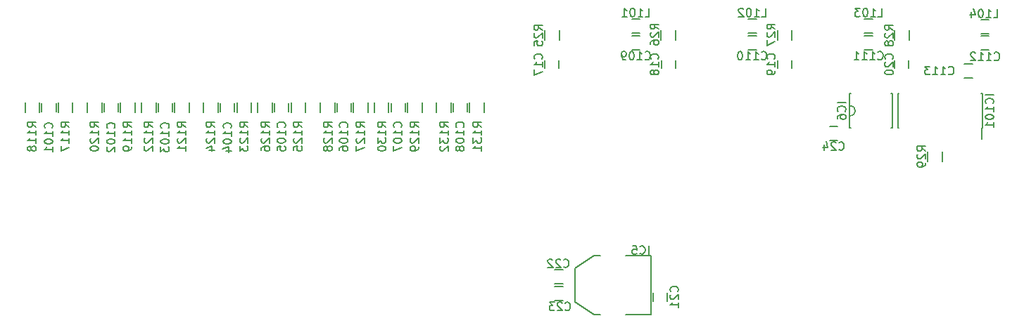
<source format=gbr>
G04 #@! TF.GenerationSoftware,KiCad,Pcbnew,(5.1.2-1)-1*
G04 #@! TF.CreationDate,2019-07-24T21:32:52+02:00*
G04 #@! TF.ProjectId,AddOnB,4164644f-6e42-42e6-9b69-6361645f7063,rev?*
G04 #@! TF.SameCoordinates,Original*
G04 #@! TF.FileFunction,Legend,Bot*
G04 #@! TF.FilePolarity,Positive*
%FSLAX46Y46*%
G04 Gerber Fmt 4.6, Leading zero omitted, Abs format (unit mm)*
G04 Created by KiCad (PCBNEW (5.1.2-1)-1) date 2019-07-24 21:32:52*
%MOMM*%
%LPD*%
G04 APERTURE LIST*
%ADD10C,0.150000*%
G04 APERTURE END LIST*
D10*
X216940000Y73700000D02*
X216940000Y74700000D01*
X218640000Y74700000D02*
X218640000Y73700000D01*
X224440000Y73700000D02*
X224440000Y74700000D01*
X226140000Y74700000D02*
X226140000Y73700000D01*
X232640000Y74700000D02*
X232640000Y73700000D01*
X230940000Y73700000D02*
X230940000Y74700000D01*
X240140000Y74700000D02*
X240140000Y73700000D01*
X238440000Y73700000D02*
X238440000Y74700000D01*
X244940000Y73700000D02*
X244940000Y74700000D01*
X246640000Y74700000D02*
X246640000Y73700000D01*
X254140000Y74700000D02*
X254140000Y73700000D01*
X252440000Y73700000D02*
X252440000Y74700000D01*
X258940000Y73700000D02*
X258940000Y74700000D01*
X260640000Y74700000D02*
X260640000Y73700000D01*
X268140000Y74700000D02*
X268140000Y73700000D01*
X266440000Y73700000D02*
X266440000Y74700000D01*
X288900000Y81150000D02*
X287900000Y81150000D01*
X287900000Y82850000D02*
X288900000Y82850000D01*
X302900000Y81150000D02*
X301900000Y81150000D01*
X301900000Y82850000D02*
X302900000Y82850000D01*
X316900000Y81150000D02*
X315900000Y81150000D01*
X315900000Y82850000D02*
X316900000Y82850000D01*
X330900000Y81150000D02*
X329900000Y81150000D01*
X329900000Y82850000D02*
X330900000Y82850000D01*
X328900000Y77750000D02*
X327900000Y77750000D01*
X327900000Y79450000D02*
X328900000Y79450000D01*
X288900000Y83150000D02*
X287900000Y83150000D01*
X287900000Y84850000D02*
X288900000Y84850000D01*
X302900000Y83150000D02*
X301900000Y83150000D01*
X301900000Y84850000D02*
X302900000Y84850000D01*
X316900000Y83150000D02*
X315900000Y83150000D01*
X315900000Y84850000D02*
X316900000Y84850000D01*
X330900000Y83050000D02*
X329900000Y83050000D01*
X329900000Y84750000D02*
X330900000Y84750000D01*
X220665000Y73600000D02*
X220665000Y74800000D01*
X218915000Y74800000D02*
X218915000Y73600000D01*
X214915000Y74800000D02*
X214915000Y73600000D01*
X216665000Y73600000D02*
X216665000Y74800000D01*
X226415000Y74800000D02*
X226415000Y73600000D01*
X228165000Y73600000D02*
X228165000Y74800000D01*
X224165000Y73600000D02*
X224165000Y74800000D01*
X222415000Y74800000D02*
X222415000Y73600000D01*
X232915000Y74800000D02*
X232915000Y73600000D01*
X234665000Y73600000D02*
X234665000Y74800000D01*
X230665000Y73600000D02*
X230665000Y74800000D01*
X228915000Y74800000D02*
X228915000Y73600000D01*
X242165000Y73600000D02*
X242165000Y74800000D01*
X240415000Y74800000D02*
X240415000Y73600000D01*
X236415000Y74800000D02*
X236415000Y73600000D01*
X238165000Y73600000D02*
X238165000Y74800000D01*
X248665000Y73600000D02*
X248665000Y74800000D01*
X246915000Y74800000D02*
X246915000Y73600000D01*
X242915000Y74800000D02*
X242915000Y73600000D01*
X244665000Y73600000D02*
X244665000Y74800000D01*
X254415000Y74800000D02*
X254415000Y73600000D01*
X256165000Y73600000D02*
X256165000Y74800000D01*
X252165000Y73600000D02*
X252165000Y74800000D01*
X250415000Y74800000D02*
X250415000Y73600000D01*
X260915000Y74800000D02*
X260915000Y73600000D01*
X262665000Y73600000D02*
X262665000Y74800000D01*
X256915000Y74800000D02*
X256915000Y73600000D01*
X258665000Y73600000D02*
X258665000Y74800000D01*
X270165000Y73600000D02*
X270165000Y74800000D01*
X268415000Y74800000D02*
X268415000Y73600000D01*
X266165000Y73600000D02*
X266165000Y74800000D01*
X264415000Y74800000D02*
X264415000Y73600000D01*
X330075000Y71725000D02*
X330050000Y71725000D01*
X330075000Y75875000D02*
X329970000Y75875000D01*
X319925000Y75875000D02*
X320030000Y75875000D01*
X319925000Y71725000D02*
X320030000Y71725000D01*
X330075000Y71725000D02*
X330075000Y75875000D01*
X319925000Y71725000D02*
X319925000Y75875000D01*
X330050000Y71725000D02*
X330050000Y70350000D01*
X279150000Y79900000D02*
X279150000Y78900000D01*
X277450000Y78900000D02*
X277450000Y79900000D01*
X291450000Y78900000D02*
X291450000Y79900000D01*
X293150000Y79900000D02*
X293150000Y78900000D01*
X307150000Y79900000D02*
X307150000Y78900000D01*
X305450000Y78900000D02*
X305450000Y79900000D01*
X319550000Y78900000D02*
X319550000Y79900000D01*
X321250000Y79900000D02*
X321250000Y78900000D01*
X279175000Y82300000D02*
X279175000Y83500000D01*
X277425000Y83500000D02*
X277425000Y82300000D01*
X291425000Y83500000D02*
X291425000Y82300000D01*
X293175000Y82300000D02*
X293175000Y83500000D01*
X307175000Y82300000D02*
X307175000Y83500000D01*
X305425000Y83500000D02*
X305425000Y82300000D01*
X319525000Y83500000D02*
X319525000Y82300000D01*
X321275000Y82300000D02*
X321275000Y83500000D01*
X292210000Y51865000D02*
X292210000Y50865000D01*
X290510000Y50865000D02*
X290510000Y51865000D01*
X279660000Y52915000D02*
X278660000Y52915000D01*
X278660000Y54615000D02*
X279660000Y54615000D01*
X279660000Y50915000D02*
X278660000Y50915000D01*
X278660000Y52615000D02*
X279660000Y52615000D01*
X312700000Y70250000D02*
X311700000Y70250000D01*
X311700000Y71950000D02*
X312700000Y71950000D01*
X287184000Y56321000D02*
X290232000Y56321000D01*
X290232000Y56321000D02*
X290232000Y49209000D01*
X290232000Y49209000D02*
X287184000Y49209000D01*
X284136000Y56321000D02*
X283374000Y56321000D01*
X283374000Y56321000D02*
X281088000Y54797000D01*
X281088000Y54797000D02*
X281088000Y50733000D01*
X281088000Y50733000D02*
X283374000Y49209000D01*
X283374000Y49209000D02*
X284136000Y49209000D01*
X314160000Y74435000D02*
G75*
G02X314160000Y73165000I0J-635000D01*
G01*
X314125000Y75875000D02*
X314270000Y75875000D01*
X314125000Y71725000D02*
X314270000Y71725000D01*
X319275000Y71725000D02*
X319130000Y71725000D01*
X319275000Y75875000D02*
X319130000Y75875000D01*
X314125000Y75875000D02*
X314125000Y71725000D01*
X319275000Y75875000D02*
X319275000Y71725000D01*
X325275000Y67700000D02*
X325275000Y68900000D01*
X323525000Y68900000D02*
X323525000Y67700000D01*
X218147142Y71719047D02*
X218194761Y71766666D01*
X218242380Y71909523D01*
X218242380Y72004761D01*
X218194761Y72147619D01*
X218099523Y72242857D01*
X218004285Y72290476D01*
X217813809Y72338095D01*
X217670952Y72338095D01*
X217480476Y72290476D01*
X217385238Y72242857D01*
X217290000Y72147619D01*
X217242380Y72004761D01*
X217242380Y71909523D01*
X217290000Y71766666D01*
X217337619Y71719047D01*
X218242380Y70766666D02*
X218242380Y71338095D01*
X218242380Y71052380D02*
X217242380Y71052380D01*
X217385238Y71147619D01*
X217480476Y71242857D01*
X217528095Y71338095D01*
X217242380Y70147619D02*
X217242380Y70052380D01*
X217290000Y69957142D01*
X217337619Y69909523D01*
X217432857Y69861904D01*
X217623333Y69814285D01*
X217861428Y69814285D01*
X218051904Y69861904D01*
X218147142Y69909523D01*
X218194761Y69957142D01*
X218242380Y70052380D01*
X218242380Y70147619D01*
X218194761Y70242857D01*
X218147142Y70290476D01*
X218051904Y70338095D01*
X217861428Y70385714D01*
X217623333Y70385714D01*
X217432857Y70338095D01*
X217337619Y70290476D01*
X217290000Y70242857D01*
X217242380Y70147619D01*
X218242380Y68861904D02*
X218242380Y69433333D01*
X218242380Y69147619D02*
X217242380Y69147619D01*
X217385238Y69242857D01*
X217480476Y69338095D01*
X217528095Y69433333D01*
X225647142Y71719047D02*
X225694761Y71766666D01*
X225742380Y71909523D01*
X225742380Y72004761D01*
X225694761Y72147619D01*
X225599523Y72242857D01*
X225504285Y72290476D01*
X225313809Y72338095D01*
X225170952Y72338095D01*
X224980476Y72290476D01*
X224885238Y72242857D01*
X224790000Y72147619D01*
X224742380Y72004761D01*
X224742380Y71909523D01*
X224790000Y71766666D01*
X224837619Y71719047D01*
X225742380Y70766666D02*
X225742380Y71338095D01*
X225742380Y71052380D02*
X224742380Y71052380D01*
X224885238Y71147619D01*
X224980476Y71242857D01*
X225028095Y71338095D01*
X224742380Y70147619D02*
X224742380Y70052380D01*
X224790000Y69957142D01*
X224837619Y69909523D01*
X224932857Y69861904D01*
X225123333Y69814285D01*
X225361428Y69814285D01*
X225551904Y69861904D01*
X225647142Y69909523D01*
X225694761Y69957142D01*
X225742380Y70052380D01*
X225742380Y70147619D01*
X225694761Y70242857D01*
X225647142Y70290476D01*
X225551904Y70338095D01*
X225361428Y70385714D01*
X225123333Y70385714D01*
X224932857Y70338095D01*
X224837619Y70290476D01*
X224790000Y70242857D01*
X224742380Y70147619D01*
X224837619Y69433333D02*
X224790000Y69385714D01*
X224742380Y69290476D01*
X224742380Y69052380D01*
X224790000Y68957142D01*
X224837619Y68909523D01*
X224932857Y68861904D01*
X225028095Y68861904D01*
X225170952Y68909523D01*
X225742380Y69480952D01*
X225742380Y68861904D01*
X232147142Y71719047D02*
X232194761Y71766666D01*
X232242380Y71909523D01*
X232242380Y72004761D01*
X232194761Y72147619D01*
X232099523Y72242857D01*
X232004285Y72290476D01*
X231813809Y72338095D01*
X231670952Y72338095D01*
X231480476Y72290476D01*
X231385238Y72242857D01*
X231290000Y72147619D01*
X231242380Y72004761D01*
X231242380Y71909523D01*
X231290000Y71766666D01*
X231337619Y71719047D01*
X232242380Y70766666D02*
X232242380Y71338095D01*
X232242380Y71052380D02*
X231242380Y71052380D01*
X231385238Y71147619D01*
X231480476Y71242857D01*
X231528095Y71338095D01*
X231242380Y70147619D02*
X231242380Y70052380D01*
X231290000Y69957142D01*
X231337619Y69909523D01*
X231432857Y69861904D01*
X231623333Y69814285D01*
X231861428Y69814285D01*
X232051904Y69861904D01*
X232147142Y69909523D01*
X232194761Y69957142D01*
X232242380Y70052380D01*
X232242380Y70147619D01*
X232194761Y70242857D01*
X232147142Y70290476D01*
X232051904Y70338095D01*
X231861428Y70385714D01*
X231623333Y70385714D01*
X231432857Y70338095D01*
X231337619Y70290476D01*
X231290000Y70242857D01*
X231242380Y70147619D01*
X231242380Y69480952D02*
X231242380Y68861904D01*
X231623333Y69195238D01*
X231623333Y69052380D01*
X231670952Y68957142D01*
X231718571Y68909523D01*
X231813809Y68861904D01*
X232051904Y68861904D01*
X232147142Y68909523D01*
X232194761Y68957142D01*
X232242380Y69052380D01*
X232242380Y69338095D01*
X232194761Y69433333D01*
X232147142Y69480952D01*
X239647142Y71719047D02*
X239694761Y71766666D01*
X239742380Y71909523D01*
X239742380Y72004761D01*
X239694761Y72147619D01*
X239599523Y72242857D01*
X239504285Y72290476D01*
X239313809Y72338095D01*
X239170952Y72338095D01*
X238980476Y72290476D01*
X238885238Y72242857D01*
X238790000Y72147619D01*
X238742380Y72004761D01*
X238742380Y71909523D01*
X238790000Y71766666D01*
X238837619Y71719047D01*
X239742380Y70766666D02*
X239742380Y71338095D01*
X239742380Y71052380D02*
X238742380Y71052380D01*
X238885238Y71147619D01*
X238980476Y71242857D01*
X239028095Y71338095D01*
X238742380Y70147619D02*
X238742380Y70052380D01*
X238790000Y69957142D01*
X238837619Y69909523D01*
X238932857Y69861904D01*
X239123333Y69814285D01*
X239361428Y69814285D01*
X239551904Y69861904D01*
X239647142Y69909523D01*
X239694761Y69957142D01*
X239742380Y70052380D01*
X239742380Y70147619D01*
X239694761Y70242857D01*
X239647142Y70290476D01*
X239551904Y70338095D01*
X239361428Y70385714D01*
X239123333Y70385714D01*
X238932857Y70338095D01*
X238837619Y70290476D01*
X238790000Y70242857D01*
X238742380Y70147619D01*
X239075714Y68957142D02*
X239742380Y68957142D01*
X238694761Y69195238D02*
X239409047Y69433333D01*
X239409047Y68814285D01*
X246147142Y71819047D02*
X246194761Y71866666D01*
X246242380Y72009523D01*
X246242380Y72104761D01*
X246194761Y72247619D01*
X246099523Y72342857D01*
X246004285Y72390476D01*
X245813809Y72438095D01*
X245670952Y72438095D01*
X245480476Y72390476D01*
X245385238Y72342857D01*
X245290000Y72247619D01*
X245242380Y72104761D01*
X245242380Y72009523D01*
X245290000Y71866666D01*
X245337619Y71819047D01*
X246242380Y70866666D02*
X246242380Y71438095D01*
X246242380Y71152380D02*
X245242380Y71152380D01*
X245385238Y71247619D01*
X245480476Y71342857D01*
X245528095Y71438095D01*
X245242380Y70247619D02*
X245242380Y70152380D01*
X245290000Y70057142D01*
X245337619Y70009523D01*
X245432857Y69961904D01*
X245623333Y69914285D01*
X245861428Y69914285D01*
X246051904Y69961904D01*
X246147142Y70009523D01*
X246194761Y70057142D01*
X246242380Y70152380D01*
X246242380Y70247619D01*
X246194761Y70342857D01*
X246147142Y70390476D01*
X246051904Y70438095D01*
X245861428Y70485714D01*
X245623333Y70485714D01*
X245432857Y70438095D01*
X245337619Y70390476D01*
X245290000Y70342857D01*
X245242380Y70247619D01*
X245242380Y69009523D02*
X245242380Y69485714D01*
X245718571Y69533333D01*
X245670952Y69485714D01*
X245623333Y69390476D01*
X245623333Y69152380D01*
X245670952Y69057142D01*
X245718571Y69009523D01*
X245813809Y68961904D01*
X246051904Y68961904D01*
X246147142Y69009523D01*
X246194761Y69057142D01*
X246242380Y69152380D01*
X246242380Y69390476D01*
X246194761Y69485714D01*
X246147142Y69533333D01*
X253647142Y71819047D02*
X253694761Y71866666D01*
X253742380Y72009523D01*
X253742380Y72104761D01*
X253694761Y72247619D01*
X253599523Y72342857D01*
X253504285Y72390476D01*
X253313809Y72438095D01*
X253170952Y72438095D01*
X252980476Y72390476D01*
X252885238Y72342857D01*
X252790000Y72247619D01*
X252742380Y72104761D01*
X252742380Y72009523D01*
X252790000Y71866666D01*
X252837619Y71819047D01*
X253742380Y70866666D02*
X253742380Y71438095D01*
X253742380Y71152380D02*
X252742380Y71152380D01*
X252885238Y71247619D01*
X252980476Y71342857D01*
X253028095Y71438095D01*
X252742380Y70247619D02*
X252742380Y70152380D01*
X252790000Y70057142D01*
X252837619Y70009523D01*
X252932857Y69961904D01*
X253123333Y69914285D01*
X253361428Y69914285D01*
X253551904Y69961904D01*
X253647142Y70009523D01*
X253694761Y70057142D01*
X253742380Y70152380D01*
X253742380Y70247619D01*
X253694761Y70342857D01*
X253647142Y70390476D01*
X253551904Y70438095D01*
X253361428Y70485714D01*
X253123333Y70485714D01*
X252932857Y70438095D01*
X252837619Y70390476D01*
X252790000Y70342857D01*
X252742380Y70247619D01*
X252742380Y69057142D02*
X252742380Y69247619D01*
X252790000Y69342857D01*
X252837619Y69390476D01*
X252980476Y69485714D01*
X253170952Y69533333D01*
X253551904Y69533333D01*
X253647142Y69485714D01*
X253694761Y69438095D01*
X253742380Y69342857D01*
X253742380Y69152380D01*
X253694761Y69057142D01*
X253647142Y69009523D01*
X253551904Y68961904D01*
X253313809Y68961904D01*
X253218571Y69009523D01*
X253170952Y69057142D01*
X253123333Y69152380D01*
X253123333Y69342857D01*
X253170952Y69438095D01*
X253218571Y69485714D01*
X253313809Y69533333D01*
X260147142Y71819047D02*
X260194761Y71866666D01*
X260242380Y72009523D01*
X260242380Y72104761D01*
X260194761Y72247619D01*
X260099523Y72342857D01*
X260004285Y72390476D01*
X259813809Y72438095D01*
X259670952Y72438095D01*
X259480476Y72390476D01*
X259385238Y72342857D01*
X259290000Y72247619D01*
X259242380Y72104761D01*
X259242380Y72009523D01*
X259290000Y71866666D01*
X259337619Y71819047D01*
X260242380Y70866666D02*
X260242380Y71438095D01*
X260242380Y71152380D02*
X259242380Y71152380D01*
X259385238Y71247619D01*
X259480476Y71342857D01*
X259528095Y71438095D01*
X259242380Y70247619D02*
X259242380Y70152380D01*
X259290000Y70057142D01*
X259337619Y70009523D01*
X259432857Y69961904D01*
X259623333Y69914285D01*
X259861428Y69914285D01*
X260051904Y69961904D01*
X260147142Y70009523D01*
X260194761Y70057142D01*
X260242380Y70152380D01*
X260242380Y70247619D01*
X260194761Y70342857D01*
X260147142Y70390476D01*
X260051904Y70438095D01*
X259861428Y70485714D01*
X259623333Y70485714D01*
X259432857Y70438095D01*
X259337619Y70390476D01*
X259290000Y70342857D01*
X259242380Y70247619D01*
X259242380Y69580952D02*
X259242380Y68914285D01*
X260242380Y69342857D01*
X267647142Y71819047D02*
X267694761Y71866666D01*
X267742380Y72009523D01*
X267742380Y72104761D01*
X267694761Y72247619D01*
X267599523Y72342857D01*
X267504285Y72390476D01*
X267313809Y72438095D01*
X267170952Y72438095D01*
X266980476Y72390476D01*
X266885238Y72342857D01*
X266790000Y72247619D01*
X266742380Y72104761D01*
X266742380Y72009523D01*
X266790000Y71866666D01*
X266837619Y71819047D01*
X267742380Y70866666D02*
X267742380Y71438095D01*
X267742380Y71152380D02*
X266742380Y71152380D01*
X266885238Y71247619D01*
X266980476Y71342857D01*
X267028095Y71438095D01*
X266742380Y70247619D02*
X266742380Y70152380D01*
X266790000Y70057142D01*
X266837619Y70009523D01*
X266932857Y69961904D01*
X267123333Y69914285D01*
X267361428Y69914285D01*
X267551904Y69961904D01*
X267647142Y70009523D01*
X267694761Y70057142D01*
X267742380Y70152380D01*
X267742380Y70247619D01*
X267694761Y70342857D01*
X267647142Y70390476D01*
X267551904Y70438095D01*
X267361428Y70485714D01*
X267123333Y70485714D01*
X266932857Y70438095D01*
X266837619Y70390476D01*
X266790000Y70342857D01*
X266742380Y70247619D01*
X267170952Y69342857D02*
X267123333Y69438095D01*
X267075714Y69485714D01*
X266980476Y69533333D01*
X266932857Y69533333D01*
X266837619Y69485714D01*
X266790000Y69438095D01*
X266742380Y69342857D01*
X266742380Y69152380D01*
X266790000Y69057142D01*
X266837619Y69009523D01*
X266932857Y68961904D01*
X266980476Y68961904D01*
X267075714Y69009523D01*
X267123333Y69057142D01*
X267170952Y69152380D01*
X267170952Y69342857D01*
X267218571Y69438095D01*
X267266190Y69485714D01*
X267361428Y69533333D01*
X267551904Y69533333D01*
X267647142Y69485714D01*
X267694761Y69438095D01*
X267742380Y69342857D01*
X267742380Y69152380D01*
X267694761Y69057142D01*
X267647142Y69009523D01*
X267551904Y68961904D01*
X267361428Y68961904D01*
X267266190Y69009523D01*
X267218571Y69057142D01*
X267170952Y69152380D01*
X289519047Y80042857D02*
X289566666Y79995238D01*
X289709523Y79947619D01*
X289804761Y79947619D01*
X289947619Y79995238D01*
X290042857Y80090476D01*
X290090476Y80185714D01*
X290138095Y80376190D01*
X290138095Y80519047D01*
X290090476Y80709523D01*
X290042857Y80804761D01*
X289947619Y80900000D01*
X289804761Y80947619D01*
X289709523Y80947619D01*
X289566666Y80900000D01*
X289519047Y80852380D01*
X288566666Y79947619D02*
X289138095Y79947619D01*
X288852380Y79947619D02*
X288852380Y80947619D01*
X288947619Y80804761D01*
X289042857Y80709523D01*
X289138095Y80661904D01*
X287947619Y80947619D02*
X287852380Y80947619D01*
X287757142Y80900000D01*
X287709523Y80852380D01*
X287661904Y80757142D01*
X287614285Y80566666D01*
X287614285Y80328571D01*
X287661904Y80138095D01*
X287709523Y80042857D01*
X287757142Y79995238D01*
X287852380Y79947619D01*
X287947619Y79947619D01*
X288042857Y79995238D01*
X288090476Y80042857D01*
X288138095Y80138095D01*
X288185714Y80328571D01*
X288185714Y80566666D01*
X288138095Y80757142D01*
X288090476Y80852380D01*
X288042857Y80900000D01*
X287947619Y80947619D01*
X287138095Y79947619D02*
X286947619Y79947619D01*
X286852380Y79995238D01*
X286804761Y80042857D01*
X286709523Y80185714D01*
X286661904Y80376190D01*
X286661904Y80757142D01*
X286709523Y80852380D01*
X286757142Y80900000D01*
X286852380Y80947619D01*
X287042857Y80947619D01*
X287138095Y80900000D01*
X287185714Y80852380D01*
X287233333Y80757142D01*
X287233333Y80519047D01*
X287185714Y80423809D01*
X287138095Y80376190D01*
X287042857Y80328571D01*
X286852380Y80328571D01*
X286757142Y80376190D01*
X286709523Y80423809D01*
X286661904Y80519047D01*
X303519047Y80042857D02*
X303566666Y79995238D01*
X303709523Y79947619D01*
X303804761Y79947619D01*
X303947619Y79995238D01*
X304042857Y80090476D01*
X304090476Y80185714D01*
X304138095Y80376190D01*
X304138095Y80519047D01*
X304090476Y80709523D01*
X304042857Y80804761D01*
X303947619Y80900000D01*
X303804761Y80947619D01*
X303709523Y80947619D01*
X303566666Y80900000D01*
X303519047Y80852380D01*
X302566666Y79947619D02*
X303138095Y79947619D01*
X302852380Y79947619D02*
X302852380Y80947619D01*
X302947619Y80804761D01*
X303042857Y80709523D01*
X303138095Y80661904D01*
X301614285Y79947619D02*
X302185714Y79947619D01*
X301900000Y79947619D02*
X301900000Y80947619D01*
X301995238Y80804761D01*
X302090476Y80709523D01*
X302185714Y80661904D01*
X300995238Y80947619D02*
X300900000Y80947619D01*
X300804761Y80900000D01*
X300757142Y80852380D01*
X300709523Y80757142D01*
X300661904Y80566666D01*
X300661904Y80328571D01*
X300709523Y80138095D01*
X300757142Y80042857D01*
X300804761Y79995238D01*
X300900000Y79947619D01*
X300995238Y79947619D01*
X301090476Y79995238D01*
X301138095Y80042857D01*
X301185714Y80138095D01*
X301233333Y80328571D01*
X301233333Y80566666D01*
X301185714Y80757142D01*
X301138095Y80852380D01*
X301090476Y80900000D01*
X300995238Y80947619D01*
X317519047Y80042857D02*
X317566666Y79995238D01*
X317709523Y79947619D01*
X317804761Y79947619D01*
X317947619Y79995238D01*
X318042857Y80090476D01*
X318090476Y80185714D01*
X318138095Y80376190D01*
X318138095Y80519047D01*
X318090476Y80709523D01*
X318042857Y80804761D01*
X317947619Y80900000D01*
X317804761Y80947619D01*
X317709523Y80947619D01*
X317566666Y80900000D01*
X317519047Y80852380D01*
X316566666Y79947619D02*
X317138095Y79947619D01*
X316852380Y79947619D02*
X316852380Y80947619D01*
X316947619Y80804761D01*
X317042857Y80709523D01*
X317138095Y80661904D01*
X315614285Y79947619D02*
X316185714Y79947619D01*
X315900000Y79947619D02*
X315900000Y80947619D01*
X315995238Y80804761D01*
X316090476Y80709523D01*
X316185714Y80661904D01*
X314661904Y79947619D02*
X315233333Y79947619D01*
X314947619Y79947619D02*
X314947619Y80947619D01*
X315042857Y80804761D01*
X315138095Y80709523D01*
X315233333Y80661904D01*
X331519047Y79942857D02*
X331566666Y79895238D01*
X331709523Y79847619D01*
X331804761Y79847619D01*
X331947619Y79895238D01*
X332042857Y79990476D01*
X332090476Y80085714D01*
X332138095Y80276190D01*
X332138095Y80419047D01*
X332090476Y80609523D01*
X332042857Y80704761D01*
X331947619Y80800000D01*
X331804761Y80847619D01*
X331709523Y80847619D01*
X331566666Y80800000D01*
X331519047Y80752380D01*
X330566666Y79847619D02*
X331138095Y79847619D01*
X330852380Y79847619D02*
X330852380Y80847619D01*
X330947619Y80704761D01*
X331042857Y80609523D01*
X331138095Y80561904D01*
X329614285Y79847619D02*
X330185714Y79847619D01*
X329900000Y79847619D02*
X329900000Y80847619D01*
X329995238Y80704761D01*
X330090476Y80609523D01*
X330185714Y80561904D01*
X329233333Y80752380D02*
X329185714Y80800000D01*
X329090476Y80847619D01*
X328852380Y80847619D01*
X328757142Y80800000D01*
X328709523Y80752380D01*
X328661904Y80657142D01*
X328661904Y80561904D01*
X328709523Y80419047D01*
X329280952Y79847619D01*
X328661904Y79847619D01*
X326019047Y78242857D02*
X326066666Y78195238D01*
X326209523Y78147619D01*
X326304761Y78147619D01*
X326447619Y78195238D01*
X326542857Y78290476D01*
X326590476Y78385714D01*
X326638095Y78576190D01*
X326638095Y78719047D01*
X326590476Y78909523D01*
X326542857Y79004761D01*
X326447619Y79100000D01*
X326304761Y79147619D01*
X326209523Y79147619D01*
X326066666Y79100000D01*
X326019047Y79052380D01*
X325066666Y78147619D02*
X325638095Y78147619D01*
X325352380Y78147619D02*
X325352380Y79147619D01*
X325447619Y79004761D01*
X325542857Y78909523D01*
X325638095Y78861904D01*
X324114285Y78147619D02*
X324685714Y78147619D01*
X324400000Y78147619D02*
X324400000Y79147619D01*
X324495238Y79004761D01*
X324590476Y78909523D01*
X324685714Y78861904D01*
X323780952Y79147619D02*
X323161904Y79147619D01*
X323495238Y78766666D01*
X323352380Y78766666D01*
X323257142Y78719047D01*
X323209523Y78671428D01*
X323161904Y78576190D01*
X323161904Y78338095D01*
X323209523Y78242857D01*
X323257142Y78195238D01*
X323352380Y78147619D01*
X323638095Y78147619D01*
X323733333Y78195238D01*
X323780952Y78242857D01*
X289519047Y85147619D02*
X289995238Y85147619D01*
X289995238Y86147619D01*
X288661904Y85147619D02*
X289233333Y85147619D01*
X288947619Y85147619D02*
X288947619Y86147619D01*
X289042857Y86004761D01*
X289138095Y85909523D01*
X289233333Y85861904D01*
X288042857Y86147619D02*
X287947619Y86147619D01*
X287852380Y86100000D01*
X287804761Y86052380D01*
X287757142Y85957142D01*
X287709523Y85766666D01*
X287709523Y85528571D01*
X287757142Y85338095D01*
X287804761Y85242857D01*
X287852380Y85195238D01*
X287947619Y85147619D01*
X288042857Y85147619D01*
X288138095Y85195238D01*
X288185714Y85242857D01*
X288233333Y85338095D01*
X288280952Y85528571D01*
X288280952Y85766666D01*
X288233333Y85957142D01*
X288185714Y86052380D01*
X288138095Y86100000D01*
X288042857Y86147619D01*
X286757142Y85147619D02*
X287328571Y85147619D01*
X287042857Y85147619D02*
X287042857Y86147619D01*
X287138095Y86004761D01*
X287233333Y85909523D01*
X287328571Y85861904D01*
X303519047Y85147619D02*
X303995238Y85147619D01*
X303995238Y86147619D01*
X302661904Y85147619D02*
X303233333Y85147619D01*
X302947619Y85147619D02*
X302947619Y86147619D01*
X303042857Y86004761D01*
X303138095Y85909523D01*
X303233333Y85861904D01*
X302042857Y86147619D02*
X301947619Y86147619D01*
X301852380Y86100000D01*
X301804761Y86052380D01*
X301757142Y85957142D01*
X301709523Y85766666D01*
X301709523Y85528571D01*
X301757142Y85338095D01*
X301804761Y85242857D01*
X301852380Y85195238D01*
X301947619Y85147619D01*
X302042857Y85147619D01*
X302138095Y85195238D01*
X302185714Y85242857D01*
X302233333Y85338095D01*
X302280952Y85528571D01*
X302280952Y85766666D01*
X302233333Y85957142D01*
X302185714Y86052380D01*
X302138095Y86100000D01*
X302042857Y86147619D01*
X301328571Y86052380D02*
X301280952Y86100000D01*
X301185714Y86147619D01*
X300947619Y86147619D01*
X300852380Y86100000D01*
X300804761Y86052380D01*
X300757142Y85957142D01*
X300757142Y85861904D01*
X300804761Y85719047D01*
X301376190Y85147619D01*
X300757142Y85147619D01*
X317519047Y85147619D02*
X317995238Y85147619D01*
X317995238Y86147619D01*
X316661904Y85147619D02*
X317233333Y85147619D01*
X316947619Y85147619D02*
X316947619Y86147619D01*
X317042857Y86004761D01*
X317138095Y85909523D01*
X317233333Y85861904D01*
X316042857Y86147619D02*
X315947619Y86147619D01*
X315852380Y86100000D01*
X315804761Y86052380D01*
X315757142Y85957142D01*
X315709523Y85766666D01*
X315709523Y85528571D01*
X315757142Y85338095D01*
X315804761Y85242857D01*
X315852380Y85195238D01*
X315947619Y85147619D01*
X316042857Y85147619D01*
X316138095Y85195238D01*
X316185714Y85242857D01*
X316233333Y85338095D01*
X316280952Y85528571D01*
X316280952Y85766666D01*
X316233333Y85957142D01*
X316185714Y86052380D01*
X316138095Y86100000D01*
X316042857Y86147619D01*
X315376190Y86147619D02*
X314757142Y86147619D01*
X315090476Y85766666D01*
X314947619Y85766666D01*
X314852380Y85719047D01*
X314804761Y85671428D01*
X314757142Y85576190D01*
X314757142Y85338095D01*
X314804761Y85242857D01*
X314852380Y85195238D01*
X314947619Y85147619D01*
X315233333Y85147619D01*
X315328571Y85195238D01*
X315376190Y85242857D01*
X331419047Y85047619D02*
X331895238Y85047619D01*
X331895238Y86047619D01*
X330561904Y85047619D02*
X331133333Y85047619D01*
X330847619Y85047619D02*
X330847619Y86047619D01*
X330942857Y85904761D01*
X331038095Y85809523D01*
X331133333Y85761904D01*
X329942857Y86047619D02*
X329847619Y86047619D01*
X329752380Y86000000D01*
X329704761Y85952380D01*
X329657142Y85857142D01*
X329609523Y85666666D01*
X329609523Y85428571D01*
X329657142Y85238095D01*
X329704761Y85142857D01*
X329752380Y85095238D01*
X329847619Y85047619D01*
X329942857Y85047619D01*
X330038095Y85095238D01*
X330085714Y85142857D01*
X330133333Y85238095D01*
X330180952Y85428571D01*
X330180952Y85666666D01*
X330133333Y85857142D01*
X330085714Y85952380D01*
X330038095Y86000000D01*
X329942857Y86047619D01*
X328752380Y85714285D02*
X328752380Y85047619D01*
X328990476Y86095238D02*
X329228571Y85380952D01*
X328609523Y85380952D01*
X220242380Y71819047D02*
X219766190Y72152380D01*
X220242380Y72390476D02*
X219242380Y72390476D01*
X219242380Y72009523D01*
X219290000Y71914285D01*
X219337619Y71866666D01*
X219432857Y71819047D01*
X219575714Y71819047D01*
X219670952Y71866666D01*
X219718571Y71914285D01*
X219766190Y72009523D01*
X219766190Y72390476D01*
X220242380Y70866666D02*
X220242380Y71438095D01*
X220242380Y71152380D02*
X219242380Y71152380D01*
X219385238Y71247619D01*
X219480476Y71342857D01*
X219528095Y71438095D01*
X220242380Y69914285D02*
X220242380Y70485714D01*
X220242380Y70200000D02*
X219242380Y70200000D01*
X219385238Y70295238D01*
X219480476Y70390476D01*
X219528095Y70485714D01*
X219242380Y69580952D02*
X219242380Y68914285D01*
X220242380Y69342857D01*
X216242380Y71819047D02*
X215766190Y72152380D01*
X216242380Y72390476D02*
X215242380Y72390476D01*
X215242380Y72009523D01*
X215290000Y71914285D01*
X215337619Y71866666D01*
X215432857Y71819047D01*
X215575714Y71819047D01*
X215670952Y71866666D01*
X215718571Y71914285D01*
X215766190Y72009523D01*
X215766190Y72390476D01*
X216242380Y70866666D02*
X216242380Y71438095D01*
X216242380Y71152380D02*
X215242380Y71152380D01*
X215385238Y71247619D01*
X215480476Y71342857D01*
X215528095Y71438095D01*
X216242380Y69914285D02*
X216242380Y70485714D01*
X216242380Y70200000D02*
X215242380Y70200000D01*
X215385238Y70295238D01*
X215480476Y70390476D01*
X215528095Y70485714D01*
X215670952Y69342857D02*
X215623333Y69438095D01*
X215575714Y69485714D01*
X215480476Y69533333D01*
X215432857Y69533333D01*
X215337619Y69485714D01*
X215290000Y69438095D01*
X215242380Y69342857D01*
X215242380Y69152380D01*
X215290000Y69057142D01*
X215337619Y69009523D01*
X215432857Y68961904D01*
X215480476Y68961904D01*
X215575714Y69009523D01*
X215623333Y69057142D01*
X215670952Y69152380D01*
X215670952Y69342857D01*
X215718571Y69438095D01*
X215766190Y69485714D01*
X215861428Y69533333D01*
X216051904Y69533333D01*
X216147142Y69485714D01*
X216194761Y69438095D01*
X216242380Y69342857D01*
X216242380Y69152380D01*
X216194761Y69057142D01*
X216147142Y69009523D01*
X216051904Y68961904D01*
X215861428Y68961904D01*
X215766190Y69009523D01*
X215718571Y69057142D01*
X215670952Y69152380D01*
X227742380Y71819047D02*
X227266190Y72152380D01*
X227742380Y72390476D02*
X226742380Y72390476D01*
X226742380Y72009523D01*
X226790000Y71914285D01*
X226837619Y71866666D01*
X226932857Y71819047D01*
X227075714Y71819047D01*
X227170952Y71866666D01*
X227218571Y71914285D01*
X227266190Y72009523D01*
X227266190Y72390476D01*
X227742380Y70866666D02*
X227742380Y71438095D01*
X227742380Y71152380D02*
X226742380Y71152380D01*
X226885238Y71247619D01*
X226980476Y71342857D01*
X227028095Y71438095D01*
X227742380Y69914285D02*
X227742380Y70485714D01*
X227742380Y70200000D02*
X226742380Y70200000D01*
X226885238Y70295238D01*
X226980476Y70390476D01*
X227028095Y70485714D01*
X227742380Y69438095D02*
X227742380Y69247619D01*
X227694761Y69152380D01*
X227647142Y69104761D01*
X227504285Y69009523D01*
X227313809Y68961904D01*
X226932857Y68961904D01*
X226837619Y69009523D01*
X226790000Y69057142D01*
X226742380Y69152380D01*
X226742380Y69342857D01*
X226790000Y69438095D01*
X226837619Y69485714D01*
X226932857Y69533333D01*
X227170952Y69533333D01*
X227266190Y69485714D01*
X227313809Y69438095D01*
X227361428Y69342857D01*
X227361428Y69152380D01*
X227313809Y69057142D01*
X227266190Y69009523D01*
X227170952Y68961904D01*
X223742380Y71819047D02*
X223266190Y72152380D01*
X223742380Y72390476D02*
X222742380Y72390476D01*
X222742380Y72009523D01*
X222790000Y71914285D01*
X222837619Y71866666D01*
X222932857Y71819047D01*
X223075714Y71819047D01*
X223170952Y71866666D01*
X223218571Y71914285D01*
X223266190Y72009523D01*
X223266190Y72390476D01*
X223742380Y70866666D02*
X223742380Y71438095D01*
X223742380Y71152380D02*
X222742380Y71152380D01*
X222885238Y71247619D01*
X222980476Y71342857D01*
X223028095Y71438095D01*
X222837619Y70485714D02*
X222790000Y70438095D01*
X222742380Y70342857D01*
X222742380Y70104761D01*
X222790000Y70009523D01*
X222837619Y69961904D01*
X222932857Y69914285D01*
X223028095Y69914285D01*
X223170952Y69961904D01*
X223742380Y70533333D01*
X223742380Y69914285D01*
X222742380Y69295238D02*
X222742380Y69200000D01*
X222790000Y69104761D01*
X222837619Y69057142D01*
X222932857Y69009523D01*
X223123333Y68961904D01*
X223361428Y68961904D01*
X223551904Y69009523D01*
X223647142Y69057142D01*
X223694761Y69104761D01*
X223742380Y69200000D01*
X223742380Y69295238D01*
X223694761Y69390476D01*
X223647142Y69438095D01*
X223551904Y69485714D01*
X223361428Y69533333D01*
X223123333Y69533333D01*
X222932857Y69485714D01*
X222837619Y69438095D01*
X222790000Y69390476D01*
X222742380Y69295238D01*
X234242380Y71819047D02*
X233766190Y72152380D01*
X234242380Y72390476D02*
X233242380Y72390476D01*
X233242380Y72009523D01*
X233290000Y71914285D01*
X233337619Y71866666D01*
X233432857Y71819047D01*
X233575714Y71819047D01*
X233670952Y71866666D01*
X233718571Y71914285D01*
X233766190Y72009523D01*
X233766190Y72390476D01*
X234242380Y70866666D02*
X234242380Y71438095D01*
X234242380Y71152380D02*
X233242380Y71152380D01*
X233385238Y71247619D01*
X233480476Y71342857D01*
X233528095Y71438095D01*
X233337619Y70485714D02*
X233290000Y70438095D01*
X233242380Y70342857D01*
X233242380Y70104761D01*
X233290000Y70009523D01*
X233337619Y69961904D01*
X233432857Y69914285D01*
X233528095Y69914285D01*
X233670952Y69961904D01*
X234242380Y70533333D01*
X234242380Y69914285D01*
X234242380Y68961904D02*
X234242380Y69533333D01*
X234242380Y69247619D02*
X233242380Y69247619D01*
X233385238Y69342857D01*
X233480476Y69438095D01*
X233528095Y69533333D01*
X230242380Y71819047D02*
X229766190Y72152380D01*
X230242380Y72390476D02*
X229242380Y72390476D01*
X229242380Y72009523D01*
X229290000Y71914285D01*
X229337619Y71866666D01*
X229432857Y71819047D01*
X229575714Y71819047D01*
X229670952Y71866666D01*
X229718571Y71914285D01*
X229766190Y72009523D01*
X229766190Y72390476D01*
X230242380Y70866666D02*
X230242380Y71438095D01*
X230242380Y71152380D02*
X229242380Y71152380D01*
X229385238Y71247619D01*
X229480476Y71342857D01*
X229528095Y71438095D01*
X229337619Y70485714D02*
X229290000Y70438095D01*
X229242380Y70342857D01*
X229242380Y70104761D01*
X229290000Y70009523D01*
X229337619Y69961904D01*
X229432857Y69914285D01*
X229528095Y69914285D01*
X229670952Y69961904D01*
X230242380Y70533333D01*
X230242380Y69914285D01*
X229337619Y69533333D02*
X229290000Y69485714D01*
X229242380Y69390476D01*
X229242380Y69152380D01*
X229290000Y69057142D01*
X229337619Y69009523D01*
X229432857Y68961904D01*
X229528095Y68961904D01*
X229670952Y69009523D01*
X230242380Y69580952D01*
X230242380Y68961904D01*
X241742380Y71819047D02*
X241266190Y72152380D01*
X241742380Y72390476D02*
X240742380Y72390476D01*
X240742380Y72009523D01*
X240790000Y71914285D01*
X240837619Y71866666D01*
X240932857Y71819047D01*
X241075714Y71819047D01*
X241170952Y71866666D01*
X241218571Y71914285D01*
X241266190Y72009523D01*
X241266190Y72390476D01*
X241742380Y70866666D02*
X241742380Y71438095D01*
X241742380Y71152380D02*
X240742380Y71152380D01*
X240885238Y71247619D01*
X240980476Y71342857D01*
X241028095Y71438095D01*
X240837619Y70485714D02*
X240790000Y70438095D01*
X240742380Y70342857D01*
X240742380Y70104761D01*
X240790000Y70009523D01*
X240837619Y69961904D01*
X240932857Y69914285D01*
X241028095Y69914285D01*
X241170952Y69961904D01*
X241742380Y70533333D01*
X241742380Y69914285D01*
X240742380Y69580952D02*
X240742380Y68961904D01*
X241123333Y69295238D01*
X241123333Y69152380D01*
X241170952Y69057142D01*
X241218571Y69009523D01*
X241313809Y68961904D01*
X241551904Y68961904D01*
X241647142Y69009523D01*
X241694761Y69057142D01*
X241742380Y69152380D01*
X241742380Y69438095D01*
X241694761Y69533333D01*
X241647142Y69580952D01*
X237742380Y71819047D02*
X237266190Y72152380D01*
X237742380Y72390476D02*
X236742380Y72390476D01*
X236742380Y72009523D01*
X236790000Y71914285D01*
X236837619Y71866666D01*
X236932857Y71819047D01*
X237075714Y71819047D01*
X237170952Y71866666D01*
X237218571Y71914285D01*
X237266190Y72009523D01*
X237266190Y72390476D01*
X237742380Y70866666D02*
X237742380Y71438095D01*
X237742380Y71152380D02*
X236742380Y71152380D01*
X236885238Y71247619D01*
X236980476Y71342857D01*
X237028095Y71438095D01*
X236837619Y70485714D02*
X236790000Y70438095D01*
X236742380Y70342857D01*
X236742380Y70104761D01*
X236790000Y70009523D01*
X236837619Y69961904D01*
X236932857Y69914285D01*
X237028095Y69914285D01*
X237170952Y69961904D01*
X237742380Y70533333D01*
X237742380Y69914285D01*
X237075714Y69057142D02*
X237742380Y69057142D01*
X236694761Y69295238D02*
X237409047Y69533333D01*
X237409047Y68914285D01*
X248242380Y71819047D02*
X247766190Y72152380D01*
X248242380Y72390476D02*
X247242380Y72390476D01*
X247242380Y72009523D01*
X247290000Y71914285D01*
X247337619Y71866666D01*
X247432857Y71819047D01*
X247575714Y71819047D01*
X247670952Y71866666D01*
X247718571Y71914285D01*
X247766190Y72009523D01*
X247766190Y72390476D01*
X248242380Y70866666D02*
X248242380Y71438095D01*
X248242380Y71152380D02*
X247242380Y71152380D01*
X247385238Y71247619D01*
X247480476Y71342857D01*
X247528095Y71438095D01*
X247337619Y70485714D02*
X247290000Y70438095D01*
X247242380Y70342857D01*
X247242380Y70104761D01*
X247290000Y70009523D01*
X247337619Y69961904D01*
X247432857Y69914285D01*
X247528095Y69914285D01*
X247670952Y69961904D01*
X248242380Y70533333D01*
X248242380Y69914285D01*
X247242380Y69009523D02*
X247242380Y69485714D01*
X247718571Y69533333D01*
X247670952Y69485714D01*
X247623333Y69390476D01*
X247623333Y69152380D01*
X247670952Y69057142D01*
X247718571Y69009523D01*
X247813809Y68961904D01*
X248051904Y68961904D01*
X248147142Y69009523D01*
X248194761Y69057142D01*
X248242380Y69152380D01*
X248242380Y69390476D01*
X248194761Y69485714D01*
X248147142Y69533333D01*
X244342380Y71819047D02*
X243866190Y72152380D01*
X244342380Y72390476D02*
X243342380Y72390476D01*
X243342380Y72009523D01*
X243390000Y71914285D01*
X243437619Y71866666D01*
X243532857Y71819047D01*
X243675714Y71819047D01*
X243770952Y71866666D01*
X243818571Y71914285D01*
X243866190Y72009523D01*
X243866190Y72390476D01*
X244342380Y70866666D02*
X244342380Y71438095D01*
X244342380Y71152380D02*
X243342380Y71152380D01*
X243485238Y71247619D01*
X243580476Y71342857D01*
X243628095Y71438095D01*
X243437619Y70485714D02*
X243390000Y70438095D01*
X243342380Y70342857D01*
X243342380Y70104761D01*
X243390000Y70009523D01*
X243437619Y69961904D01*
X243532857Y69914285D01*
X243628095Y69914285D01*
X243770952Y69961904D01*
X244342380Y70533333D01*
X244342380Y69914285D01*
X243342380Y69057142D02*
X243342380Y69247619D01*
X243390000Y69342857D01*
X243437619Y69390476D01*
X243580476Y69485714D01*
X243770952Y69533333D01*
X244151904Y69533333D01*
X244247142Y69485714D01*
X244294761Y69438095D01*
X244342380Y69342857D01*
X244342380Y69152380D01*
X244294761Y69057142D01*
X244247142Y69009523D01*
X244151904Y68961904D01*
X243913809Y68961904D01*
X243818571Y69009523D01*
X243770952Y69057142D01*
X243723333Y69152380D01*
X243723333Y69342857D01*
X243770952Y69438095D01*
X243818571Y69485714D01*
X243913809Y69533333D01*
X255742380Y71819047D02*
X255266190Y72152380D01*
X255742380Y72390476D02*
X254742380Y72390476D01*
X254742380Y72009523D01*
X254790000Y71914285D01*
X254837619Y71866666D01*
X254932857Y71819047D01*
X255075714Y71819047D01*
X255170952Y71866666D01*
X255218571Y71914285D01*
X255266190Y72009523D01*
X255266190Y72390476D01*
X255742380Y70866666D02*
X255742380Y71438095D01*
X255742380Y71152380D02*
X254742380Y71152380D01*
X254885238Y71247619D01*
X254980476Y71342857D01*
X255028095Y71438095D01*
X254837619Y70485714D02*
X254790000Y70438095D01*
X254742380Y70342857D01*
X254742380Y70104761D01*
X254790000Y70009523D01*
X254837619Y69961904D01*
X254932857Y69914285D01*
X255028095Y69914285D01*
X255170952Y69961904D01*
X255742380Y70533333D01*
X255742380Y69914285D01*
X254742380Y69580952D02*
X254742380Y68914285D01*
X255742380Y69342857D01*
X251842380Y71819047D02*
X251366190Y72152380D01*
X251842380Y72390476D02*
X250842380Y72390476D01*
X250842380Y72009523D01*
X250890000Y71914285D01*
X250937619Y71866666D01*
X251032857Y71819047D01*
X251175714Y71819047D01*
X251270952Y71866666D01*
X251318571Y71914285D01*
X251366190Y72009523D01*
X251366190Y72390476D01*
X251842380Y70866666D02*
X251842380Y71438095D01*
X251842380Y71152380D02*
X250842380Y71152380D01*
X250985238Y71247619D01*
X251080476Y71342857D01*
X251128095Y71438095D01*
X250937619Y70485714D02*
X250890000Y70438095D01*
X250842380Y70342857D01*
X250842380Y70104761D01*
X250890000Y70009523D01*
X250937619Y69961904D01*
X251032857Y69914285D01*
X251128095Y69914285D01*
X251270952Y69961904D01*
X251842380Y70533333D01*
X251842380Y69914285D01*
X251270952Y69342857D02*
X251223333Y69438095D01*
X251175714Y69485714D01*
X251080476Y69533333D01*
X251032857Y69533333D01*
X250937619Y69485714D01*
X250890000Y69438095D01*
X250842380Y69342857D01*
X250842380Y69152380D01*
X250890000Y69057142D01*
X250937619Y69009523D01*
X251032857Y68961904D01*
X251080476Y68961904D01*
X251175714Y69009523D01*
X251223333Y69057142D01*
X251270952Y69152380D01*
X251270952Y69342857D01*
X251318571Y69438095D01*
X251366190Y69485714D01*
X251461428Y69533333D01*
X251651904Y69533333D01*
X251747142Y69485714D01*
X251794761Y69438095D01*
X251842380Y69342857D01*
X251842380Y69152380D01*
X251794761Y69057142D01*
X251747142Y69009523D01*
X251651904Y68961904D01*
X251461428Y68961904D01*
X251366190Y69009523D01*
X251318571Y69057142D01*
X251270952Y69152380D01*
X262242380Y71819047D02*
X261766190Y72152380D01*
X262242380Y72390476D02*
X261242380Y72390476D01*
X261242380Y72009523D01*
X261290000Y71914285D01*
X261337619Y71866666D01*
X261432857Y71819047D01*
X261575714Y71819047D01*
X261670952Y71866666D01*
X261718571Y71914285D01*
X261766190Y72009523D01*
X261766190Y72390476D01*
X262242380Y70866666D02*
X262242380Y71438095D01*
X262242380Y71152380D02*
X261242380Y71152380D01*
X261385238Y71247619D01*
X261480476Y71342857D01*
X261528095Y71438095D01*
X261337619Y70485714D02*
X261290000Y70438095D01*
X261242380Y70342857D01*
X261242380Y70104761D01*
X261290000Y70009523D01*
X261337619Y69961904D01*
X261432857Y69914285D01*
X261528095Y69914285D01*
X261670952Y69961904D01*
X262242380Y70533333D01*
X262242380Y69914285D01*
X262242380Y69438095D02*
X262242380Y69247619D01*
X262194761Y69152380D01*
X262147142Y69104761D01*
X262004285Y69009523D01*
X261813809Y68961904D01*
X261432857Y68961904D01*
X261337619Y69009523D01*
X261290000Y69057142D01*
X261242380Y69152380D01*
X261242380Y69342857D01*
X261290000Y69438095D01*
X261337619Y69485714D01*
X261432857Y69533333D01*
X261670952Y69533333D01*
X261766190Y69485714D01*
X261813809Y69438095D01*
X261861428Y69342857D01*
X261861428Y69152380D01*
X261813809Y69057142D01*
X261766190Y69009523D01*
X261670952Y68961904D01*
X258342380Y71819047D02*
X257866190Y72152380D01*
X258342380Y72390476D02*
X257342380Y72390476D01*
X257342380Y72009523D01*
X257390000Y71914285D01*
X257437619Y71866666D01*
X257532857Y71819047D01*
X257675714Y71819047D01*
X257770952Y71866666D01*
X257818571Y71914285D01*
X257866190Y72009523D01*
X257866190Y72390476D01*
X258342380Y70866666D02*
X258342380Y71438095D01*
X258342380Y71152380D02*
X257342380Y71152380D01*
X257485238Y71247619D01*
X257580476Y71342857D01*
X257628095Y71438095D01*
X257342380Y70533333D02*
X257342380Y69914285D01*
X257723333Y70247619D01*
X257723333Y70104761D01*
X257770952Y70009523D01*
X257818571Y69961904D01*
X257913809Y69914285D01*
X258151904Y69914285D01*
X258247142Y69961904D01*
X258294761Y70009523D01*
X258342380Y70104761D01*
X258342380Y70390476D01*
X258294761Y70485714D01*
X258247142Y70533333D01*
X257342380Y69295238D02*
X257342380Y69200000D01*
X257390000Y69104761D01*
X257437619Y69057142D01*
X257532857Y69009523D01*
X257723333Y68961904D01*
X257961428Y68961904D01*
X258151904Y69009523D01*
X258247142Y69057142D01*
X258294761Y69104761D01*
X258342380Y69200000D01*
X258342380Y69295238D01*
X258294761Y69390476D01*
X258247142Y69438095D01*
X258151904Y69485714D01*
X257961428Y69533333D01*
X257723333Y69533333D01*
X257532857Y69485714D01*
X257437619Y69438095D01*
X257390000Y69390476D01*
X257342380Y69295238D01*
X269842380Y71819047D02*
X269366190Y72152380D01*
X269842380Y72390476D02*
X268842380Y72390476D01*
X268842380Y72009523D01*
X268890000Y71914285D01*
X268937619Y71866666D01*
X269032857Y71819047D01*
X269175714Y71819047D01*
X269270952Y71866666D01*
X269318571Y71914285D01*
X269366190Y72009523D01*
X269366190Y72390476D01*
X269842380Y70866666D02*
X269842380Y71438095D01*
X269842380Y71152380D02*
X268842380Y71152380D01*
X268985238Y71247619D01*
X269080476Y71342857D01*
X269128095Y71438095D01*
X268842380Y70533333D02*
X268842380Y69914285D01*
X269223333Y70247619D01*
X269223333Y70104761D01*
X269270952Y70009523D01*
X269318571Y69961904D01*
X269413809Y69914285D01*
X269651904Y69914285D01*
X269747142Y69961904D01*
X269794761Y70009523D01*
X269842380Y70104761D01*
X269842380Y70390476D01*
X269794761Y70485714D01*
X269747142Y70533333D01*
X269842380Y68961904D02*
X269842380Y69533333D01*
X269842380Y69247619D02*
X268842380Y69247619D01*
X268985238Y69342857D01*
X269080476Y69438095D01*
X269128095Y69533333D01*
X265842380Y71819047D02*
X265366190Y72152380D01*
X265842380Y72390476D02*
X264842380Y72390476D01*
X264842380Y72009523D01*
X264890000Y71914285D01*
X264937619Y71866666D01*
X265032857Y71819047D01*
X265175714Y71819047D01*
X265270952Y71866666D01*
X265318571Y71914285D01*
X265366190Y72009523D01*
X265366190Y72390476D01*
X265842380Y70866666D02*
X265842380Y71438095D01*
X265842380Y71152380D02*
X264842380Y71152380D01*
X264985238Y71247619D01*
X265080476Y71342857D01*
X265128095Y71438095D01*
X264842380Y70533333D02*
X264842380Y69914285D01*
X265223333Y70247619D01*
X265223333Y70104761D01*
X265270952Y70009523D01*
X265318571Y69961904D01*
X265413809Y69914285D01*
X265651904Y69914285D01*
X265747142Y69961904D01*
X265794761Y70009523D01*
X265842380Y70104761D01*
X265842380Y70390476D01*
X265794761Y70485714D01*
X265747142Y70533333D01*
X264937619Y69533333D02*
X264890000Y69485714D01*
X264842380Y69390476D01*
X264842380Y69152380D01*
X264890000Y69057142D01*
X264937619Y69009523D01*
X265032857Y68961904D01*
X265128095Y68961904D01*
X265270952Y69009523D01*
X265842380Y69580952D01*
X265842380Y68961904D01*
X331452380Y75728571D02*
X330452380Y75728571D01*
X331357142Y74680952D02*
X331404761Y74728571D01*
X331452380Y74871428D01*
X331452380Y74966666D01*
X331404761Y75109523D01*
X331309523Y75204761D01*
X331214285Y75252380D01*
X331023809Y75300000D01*
X330880952Y75300000D01*
X330690476Y75252380D01*
X330595238Y75204761D01*
X330500000Y75109523D01*
X330452380Y74966666D01*
X330452380Y74871428D01*
X330500000Y74728571D01*
X330547619Y74680952D01*
X331452380Y73728571D02*
X331452380Y74300000D01*
X331452380Y74014285D02*
X330452380Y74014285D01*
X330595238Y74109523D01*
X330690476Y74204761D01*
X330738095Y74300000D01*
X330452380Y73109523D02*
X330452380Y73014285D01*
X330500000Y72919047D01*
X330547619Y72871428D01*
X330642857Y72823809D01*
X330833333Y72776190D01*
X331071428Y72776190D01*
X331261904Y72823809D01*
X331357142Y72871428D01*
X331404761Y72919047D01*
X331452380Y73014285D01*
X331452380Y73109523D01*
X331404761Y73204761D01*
X331357142Y73252380D01*
X331261904Y73300000D01*
X331071428Y73347619D01*
X330833333Y73347619D01*
X330642857Y73300000D01*
X330547619Y73252380D01*
X330500000Y73204761D01*
X330452380Y73109523D01*
X331452380Y71823809D02*
X331452380Y72395238D01*
X331452380Y72109523D02*
X330452380Y72109523D01*
X330595238Y72204761D01*
X330690476Y72300000D01*
X330738095Y72395238D01*
X277057142Y80042857D02*
X277104761Y80090476D01*
X277152380Y80233333D01*
X277152380Y80328571D01*
X277104761Y80471428D01*
X277009523Y80566666D01*
X276914285Y80614285D01*
X276723809Y80661904D01*
X276580952Y80661904D01*
X276390476Y80614285D01*
X276295238Y80566666D01*
X276200000Y80471428D01*
X276152380Y80328571D01*
X276152380Y80233333D01*
X276200000Y80090476D01*
X276247619Y80042857D01*
X277152380Y79090476D02*
X277152380Y79661904D01*
X277152380Y79376190D02*
X276152380Y79376190D01*
X276295238Y79471428D01*
X276390476Y79566666D01*
X276438095Y79661904D01*
X276152380Y78757142D02*
X276152380Y78090476D01*
X277152380Y78519047D01*
X291057142Y80042857D02*
X291104761Y80090476D01*
X291152380Y80233333D01*
X291152380Y80328571D01*
X291104761Y80471428D01*
X291009523Y80566666D01*
X290914285Y80614285D01*
X290723809Y80661904D01*
X290580952Y80661904D01*
X290390476Y80614285D01*
X290295238Y80566666D01*
X290200000Y80471428D01*
X290152380Y80328571D01*
X290152380Y80233333D01*
X290200000Y80090476D01*
X290247619Y80042857D01*
X291152380Y79090476D02*
X291152380Y79661904D01*
X291152380Y79376190D02*
X290152380Y79376190D01*
X290295238Y79471428D01*
X290390476Y79566666D01*
X290438095Y79661904D01*
X290580952Y78519047D02*
X290533333Y78614285D01*
X290485714Y78661904D01*
X290390476Y78709523D01*
X290342857Y78709523D01*
X290247619Y78661904D01*
X290200000Y78614285D01*
X290152380Y78519047D01*
X290152380Y78328571D01*
X290200000Y78233333D01*
X290247619Y78185714D01*
X290342857Y78138095D01*
X290390476Y78138095D01*
X290485714Y78185714D01*
X290533333Y78233333D01*
X290580952Y78328571D01*
X290580952Y78519047D01*
X290628571Y78614285D01*
X290676190Y78661904D01*
X290771428Y78709523D01*
X290961904Y78709523D01*
X291057142Y78661904D01*
X291104761Y78614285D01*
X291152380Y78519047D01*
X291152380Y78328571D01*
X291104761Y78233333D01*
X291057142Y78185714D01*
X290961904Y78138095D01*
X290771428Y78138095D01*
X290676190Y78185714D01*
X290628571Y78233333D01*
X290580952Y78328571D01*
X305057142Y80042857D02*
X305104761Y80090476D01*
X305152380Y80233333D01*
X305152380Y80328571D01*
X305104761Y80471428D01*
X305009523Y80566666D01*
X304914285Y80614285D01*
X304723809Y80661904D01*
X304580952Y80661904D01*
X304390476Y80614285D01*
X304295238Y80566666D01*
X304200000Y80471428D01*
X304152380Y80328571D01*
X304152380Y80233333D01*
X304200000Y80090476D01*
X304247619Y80042857D01*
X305152380Y79090476D02*
X305152380Y79661904D01*
X305152380Y79376190D02*
X304152380Y79376190D01*
X304295238Y79471428D01*
X304390476Y79566666D01*
X304438095Y79661904D01*
X305152380Y78614285D02*
X305152380Y78423809D01*
X305104761Y78328571D01*
X305057142Y78280952D01*
X304914285Y78185714D01*
X304723809Y78138095D01*
X304342857Y78138095D01*
X304247619Y78185714D01*
X304200000Y78233333D01*
X304152380Y78328571D01*
X304152380Y78519047D01*
X304200000Y78614285D01*
X304247619Y78661904D01*
X304342857Y78709523D01*
X304580952Y78709523D01*
X304676190Y78661904D01*
X304723809Y78614285D01*
X304771428Y78519047D01*
X304771428Y78328571D01*
X304723809Y78233333D01*
X304676190Y78185714D01*
X304580952Y78138095D01*
X319257142Y80042857D02*
X319304761Y80090476D01*
X319352380Y80233333D01*
X319352380Y80328571D01*
X319304761Y80471428D01*
X319209523Y80566666D01*
X319114285Y80614285D01*
X318923809Y80661904D01*
X318780952Y80661904D01*
X318590476Y80614285D01*
X318495238Y80566666D01*
X318400000Y80471428D01*
X318352380Y80328571D01*
X318352380Y80233333D01*
X318400000Y80090476D01*
X318447619Y80042857D01*
X318447619Y79661904D02*
X318400000Y79614285D01*
X318352380Y79519047D01*
X318352380Y79280952D01*
X318400000Y79185714D01*
X318447619Y79138095D01*
X318542857Y79090476D01*
X318638095Y79090476D01*
X318780952Y79138095D01*
X319352380Y79709523D01*
X319352380Y79090476D01*
X318352380Y78471428D02*
X318352380Y78376190D01*
X318400000Y78280952D01*
X318447619Y78233333D01*
X318542857Y78185714D01*
X318733333Y78138095D01*
X318971428Y78138095D01*
X319161904Y78185714D01*
X319257142Y78233333D01*
X319304761Y78280952D01*
X319352380Y78376190D01*
X319352380Y78471428D01*
X319304761Y78566666D01*
X319257142Y78614285D01*
X319161904Y78661904D01*
X318971428Y78709523D01*
X318733333Y78709523D01*
X318542857Y78661904D01*
X318447619Y78614285D01*
X318400000Y78566666D01*
X318352380Y78471428D01*
X277152380Y83542857D02*
X276676190Y83876190D01*
X277152380Y84114285D02*
X276152380Y84114285D01*
X276152380Y83733333D01*
X276200000Y83638095D01*
X276247619Y83590476D01*
X276342857Y83542857D01*
X276485714Y83542857D01*
X276580952Y83590476D01*
X276628571Y83638095D01*
X276676190Y83733333D01*
X276676190Y84114285D01*
X276247619Y83161904D02*
X276200000Y83114285D01*
X276152380Y83019047D01*
X276152380Y82780952D01*
X276200000Y82685714D01*
X276247619Y82638095D01*
X276342857Y82590476D01*
X276438095Y82590476D01*
X276580952Y82638095D01*
X277152380Y83209523D01*
X277152380Y82590476D01*
X276152380Y81685714D02*
X276152380Y82161904D01*
X276628571Y82209523D01*
X276580952Y82161904D01*
X276533333Y82066666D01*
X276533333Y81828571D01*
X276580952Y81733333D01*
X276628571Y81685714D01*
X276723809Y81638095D01*
X276961904Y81638095D01*
X277057142Y81685714D01*
X277104761Y81733333D01*
X277152380Y81828571D01*
X277152380Y82066666D01*
X277104761Y82161904D01*
X277057142Y82209523D01*
X291152380Y83642857D02*
X290676190Y83976190D01*
X291152380Y84214285D02*
X290152380Y84214285D01*
X290152380Y83833333D01*
X290200000Y83738095D01*
X290247619Y83690476D01*
X290342857Y83642857D01*
X290485714Y83642857D01*
X290580952Y83690476D01*
X290628571Y83738095D01*
X290676190Y83833333D01*
X290676190Y84214285D01*
X290247619Y83261904D02*
X290200000Y83214285D01*
X290152380Y83119047D01*
X290152380Y82880952D01*
X290200000Y82785714D01*
X290247619Y82738095D01*
X290342857Y82690476D01*
X290438095Y82690476D01*
X290580952Y82738095D01*
X291152380Y83309523D01*
X291152380Y82690476D01*
X290152380Y81833333D02*
X290152380Y82023809D01*
X290200000Y82119047D01*
X290247619Y82166666D01*
X290390476Y82261904D01*
X290580952Y82309523D01*
X290961904Y82309523D01*
X291057142Y82261904D01*
X291104761Y82214285D01*
X291152380Y82119047D01*
X291152380Y81928571D01*
X291104761Y81833333D01*
X291057142Y81785714D01*
X290961904Y81738095D01*
X290723809Y81738095D01*
X290628571Y81785714D01*
X290580952Y81833333D01*
X290533333Y81928571D01*
X290533333Y82119047D01*
X290580952Y82214285D01*
X290628571Y82261904D01*
X290723809Y82309523D01*
X305152380Y83642857D02*
X304676190Y83976190D01*
X305152380Y84214285D02*
X304152380Y84214285D01*
X304152380Y83833333D01*
X304200000Y83738095D01*
X304247619Y83690476D01*
X304342857Y83642857D01*
X304485714Y83642857D01*
X304580952Y83690476D01*
X304628571Y83738095D01*
X304676190Y83833333D01*
X304676190Y84214285D01*
X304247619Y83261904D02*
X304200000Y83214285D01*
X304152380Y83119047D01*
X304152380Y82880952D01*
X304200000Y82785714D01*
X304247619Y82738095D01*
X304342857Y82690476D01*
X304438095Y82690476D01*
X304580952Y82738095D01*
X305152380Y83309523D01*
X305152380Y82690476D01*
X304152380Y82357142D02*
X304152380Y81690476D01*
X305152380Y82119047D01*
X319352380Y83542857D02*
X318876190Y83876190D01*
X319352380Y84114285D02*
X318352380Y84114285D01*
X318352380Y83733333D01*
X318400000Y83638095D01*
X318447619Y83590476D01*
X318542857Y83542857D01*
X318685714Y83542857D01*
X318780952Y83590476D01*
X318828571Y83638095D01*
X318876190Y83733333D01*
X318876190Y84114285D01*
X318447619Y83161904D02*
X318400000Y83114285D01*
X318352380Y83019047D01*
X318352380Y82780952D01*
X318400000Y82685714D01*
X318447619Y82638095D01*
X318542857Y82590476D01*
X318638095Y82590476D01*
X318780952Y82638095D01*
X319352380Y83209523D01*
X319352380Y82590476D01*
X318780952Y82019047D02*
X318733333Y82114285D01*
X318685714Y82161904D01*
X318590476Y82209523D01*
X318542857Y82209523D01*
X318447619Y82161904D01*
X318400000Y82114285D01*
X318352380Y82019047D01*
X318352380Y81828571D01*
X318400000Y81733333D01*
X318447619Y81685714D01*
X318542857Y81638095D01*
X318590476Y81638095D01*
X318685714Y81685714D01*
X318733333Y81733333D01*
X318780952Y81828571D01*
X318780952Y82019047D01*
X318828571Y82114285D01*
X318876190Y82161904D01*
X318971428Y82209523D01*
X319161904Y82209523D01*
X319257142Y82161904D01*
X319304761Y82114285D01*
X319352380Y82019047D01*
X319352380Y81828571D01*
X319304761Y81733333D01*
X319257142Y81685714D01*
X319161904Y81638095D01*
X318971428Y81638095D01*
X318876190Y81685714D01*
X318828571Y81733333D01*
X318780952Y81828571D01*
X293417142Y52007857D02*
X293464761Y52055476D01*
X293512380Y52198333D01*
X293512380Y52293571D01*
X293464761Y52436428D01*
X293369523Y52531666D01*
X293274285Y52579285D01*
X293083809Y52626904D01*
X292940952Y52626904D01*
X292750476Y52579285D01*
X292655238Y52531666D01*
X292560000Y52436428D01*
X292512380Y52293571D01*
X292512380Y52198333D01*
X292560000Y52055476D01*
X292607619Y52007857D01*
X292607619Y51626904D02*
X292560000Y51579285D01*
X292512380Y51484047D01*
X292512380Y51245952D01*
X292560000Y51150714D01*
X292607619Y51103095D01*
X292702857Y51055476D01*
X292798095Y51055476D01*
X292940952Y51103095D01*
X293512380Y51674523D01*
X293512380Y51055476D01*
X293512380Y50103095D02*
X293512380Y50674523D01*
X293512380Y50388809D02*
X292512380Y50388809D01*
X292655238Y50484047D01*
X292750476Y50579285D01*
X292798095Y50674523D01*
X279702857Y55007857D02*
X279750476Y54960238D01*
X279893333Y54912619D01*
X279988571Y54912619D01*
X280131428Y54960238D01*
X280226666Y55055476D01*
X280274285Y55150714D01*
X280321904Y55341190D01*
X280321904Y55484047D01*
X280274285Y55674523D01*
X280226666Y55769761D01*
X280131428Y55865000D01*
X279988571Y55912619D01*
X279893333Y55912619D01*
X279750476Y55865000D01*
X279702857Y55817380D01*
X279321904Y55817380D02*
X279274285Y55865000D01*
X279179047Y55912619D01*
X278940952Y55912619D01*
X278845714Y55865000D01*
X278798095Y55817380D01*
X278750476Y55722142D01*
X278750476Y55626904D01*
X278798095Y55484047D01*
X279369523Y54912619D01*
X278750476Y54912619D01*
X278369523Y55817380D02*
X278321904Y55865000D01*
X278226666Y55912619D01*
X277988571Y55912619D01*
X277893333Y55865000D01*
X277845714Y55817380D01*
X277798095Y55722142D01*
X277798095Y55626904D01*
X277845714Y55484047D01*
X278417142Y54912619D01*
X277798095Y54912619D01*
X279902857Y49807857D02*
X279950476Y49760238D01*
X280093333Y49712619D01*
X280188571Y49712619D01*
X280331428Y49760238D01*
X280426666Y49855476D01*
X280474285Y49950714D01*
X280521904Y50141190D01*
X280521904Y50284047D01*
X280474285Y50474523D01*
X280426666Y50569761D01*
X280331428Y50665000D01*
X280188571Y50712619D01*
X280093333Y50712619D01*
X279950476Y50665000D01*
X279902857Y50617380D01*
X279521904Y50617380D02*
X279474285Y50665000D01*
X279379047Y50712619D01*
X279140952Y50712619D01*
X279045714Y50665000D01*
X278998095Y50617380D01*
X278950476Y50522142D01*
X278950476Y50426904D01*
X278998095Y50284047D01*
X279569523Y49712619D01*
X278950476Y49712619D01*
X278617142Y50712619D02*
X277998095Y50712619D01*
X278331428Y50331666D01*
X278188571Y50331666D01*
X278093333Y50284047D01*
X278045714Y50236428D01*
X277998095Y50141190D01*
X277998095Y49903095D01*
X278045714Y49807857D01*
X278093333Y49760238D01*
X278188571Y49712619D01*
X278474285Y49712619D01*
X278569523Y49760238D01*
X278617142Y49807857D01*
X312842857Y69142857D02*
X312890476Y69095238D01*
X313033333Y69047619D01*
X313128571Y69047619D01*
X313271428Y69095238D01*
X313366666Y69190476D01*
X313414285Y69285714D01*
X313461904Y69476190D01*
X313461904Y69619047D01*
X313414285Y69809523D01*
X313366666Y69904761D01*
X313271428Y70000000D01*
X313128571Y70047619D01*
X313033333Y70047619D01*
X312890476Y70000000D01*
X312842857Y69952380D01*
X312461904Y69952380D02*
X312414285Y70000000D01*
X312319047Y70047619D01*
X312080952Y70047619D01*
X311985714Y70000000D01*
X311938095Y69952380D01*
X311890476Y69857142D01*
X311890476Y69761904D01*
X311938095Y69619047D01*
X312509523Y69047619D01*
X311890476Y69047619D01*
X311033333Y69714285D02*
X311033333Y69047619D01*
X311271428Y70095238D02*
X311509523Y69380952D01*
X310890476Y69380952D01*
X289936190Y56512619D02*
X289936190Y57512619D01*
X288888571Y56607857D02*
X288936190Y56560238D01*
X289079047Y56512619D01*
X289174285Y56512619D01*
X289317142Y56560238D01*
X289412380Y56655476D01*
X289460000Y56750714D01*
X289507619Y56941190D01*
X289507619Y57084047D01*
X289460000Y57274523D01*
X289412380Y57369761D01*
X289317142Y57465000D01*
X289174285Y57512619D01*
X289079047Y57512619D01*
X288936190Y57465000D01*
X288888571Y57417380D01*
X287983809Y57512619D02*
X288460000Y57512619D01*
X288507619Y57036428D01*
X288460000Y57084047D01*
X288364761Y57131666D01*
X288126666Y57131666D01*
X288031428Y57084047D01*
X287983809Y57036428D01*
X287936190Y56941190D01*
X287936190Y56703095D01*
X287983809Y56607857D01*
X288031428Y56560238D01*
X288126666Y56512619D01*
X288364761Y56512619D01*
X288460000Y56560238D01*
X288507619Y56607857D01*
X313652380Y74776190D02*
X312652380Y74776190D01*
X313557142Y73728571D02*
X313604761Y73776190D01*
X313652380Y73919047D01*
X313652380Y74014285D01*
X313604761Y74157142D01*
X313509523Y74252380D01*
X313414285Y74300000D01*
X313223809Y74347619D01*
X313080952Y74347619D01*
X312890476Y74300000D01*
X312795238Y74252380D01*
X312700000Y74157142D01*
X312652380Y74014285D01*
X312652380Y73919047D01*
X312700000Y73776190D01*
X312747619Y73728571D01*
X312652380Y72871428D02*
X312652380Y73061904D01*
X312700000Y73157142D01*
X312747619Y73204761D01*
X312890476Y73300000D01*
X313080952Y73347619D01*
X313461904Y73347619D01*
X313557142Y73300000D01*
X313604761Y73252380D01*
X313652380Y73157142D01*
X313652380Y72966666D01*
X313604761Y72871428D01*
X313557142Y72823809D01*
X313461904Y72776190D01*
X313223809Y72776190D01*
X313128571Y72823809D01*
X313080952Y72871428D01*
X313033333Y72966666D01*
X313033333Y73157142D01*
X313080952Y73252380D01*
X313128571Y73300000D01*
X313223809Y73347619D01*
X323252380Y68942857D02*
X322776190Y69276190D01*
X323252380Y69514285D02*
X322252380Y69514285D01*
X322252380Y69133333D01*
X322300000Y69038095D01*
X322347619Y68990476D01*
X322442857Y68942857D01*
X322585714Y68942857D01*
X322680952Y68990476D01*
X322728571Y69038095D01*
X322776190Y69133333D01*
X322776190Y69514285D01*
X322347619Y68561904D02*
X322300000Y68514285D01*
X322252380Y68419047D01*
X322252380Y68180952D01*
X322300000Y68085714D01*
X322347619Y68038095D01*
X322442857Y67990476D01*
X322538095Y67990476D01*
X322680952Y68038095D01*
X323252380Y68609523D01*
X323252380Y67990476D01*
X323252380Y67514285D02*
X323252380Y67323809D01*
X323204761Y67228571D01*
X323157142Y67180952D01*
X323014285Y67085714D01*
X322823809Y67038095D01*
X322442857Y67038095D01*
X322347619Y67085714D01*
X322300000Y67133333D01*
X322252380Y67228571D01*
X322252380Y67419047D01*
X322300000Y67514285D01*
X322347619Y67561904D01*
X322442857Y67609523D01*
X322680952Y67609523D01*
X322776190Y67561904D01*
X322823809Y67514285D01*
X322871428Y67419047D01*
X322871428Y67228571D01*
X322823809Y67133333D01*
X322776190Y67085714D01*
X322680952Y67038095D01*
M02*

</source>
